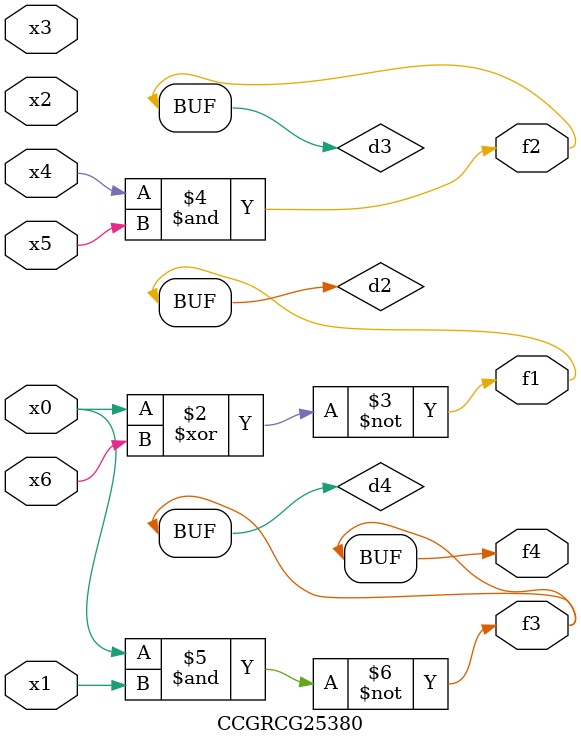
<source format=v>
module CCGRCG25380(
	input x0, x1, x2, x3, x4, x5, x6,
	output f1, f2, f3, f4
);

	wire d1, d2, d3, d4;

	nor (d1, x0);
	xnor (d2, x0, x6);
	and (d3, x4, x5);
	nand (d4, x0, x1);
	assign f1 = d2;
	assign f2 = d3;
	assign f3 = d4;
	assign f4 = d4;
endmodule

</source>
